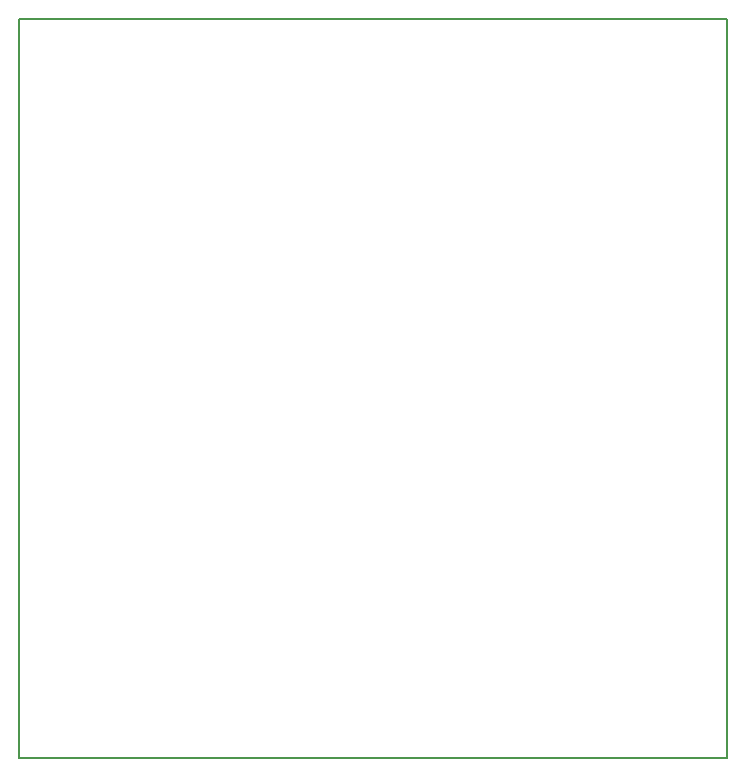
<source format=gm1>
G04 #@! TF.GenerationSoftware,KiCad,Pcbnew,5.0.2+dfsg1-1+deb10u1*
G04 #@! TF.CreationDate,2023-11-15T00:44:58+01:00*
G04 #@! TF.ProjectId,Carte basse tension,43617274-6520-4626-9173-73652074656e,rev?*
G04 #@! TF.SameCoordinates,Original*
G04 #@! TF.FileFunction,Profile,NP*
%FSLAX46Y46*%
G04 Gerber Fmt 4.6, Leading zero omitted, Abs format (unit mm)*
G04 Created by KiCad (PCBNEW 5.0.2+dfsg1-1+deb10u1) date mer. 15 nov. 2023 00:44:58 CET*
%MOMM*%
%LPD*%
G01*
G04 APERTURE LIST*
%ADD10C,0.150000*%
G04 APERTURE END LIST*
D10*
X147500000Y-64000000D02*
X147500000Y-126500000D01*
X147500000Y-64000000D02*
X87500000Y-64000000D01*
X147500000Y-126500000D02*
X87500000Y-126500000D01*
X87500000Y-64000000D02*
X87500000Y-126500000D01*
M02*

</source>
